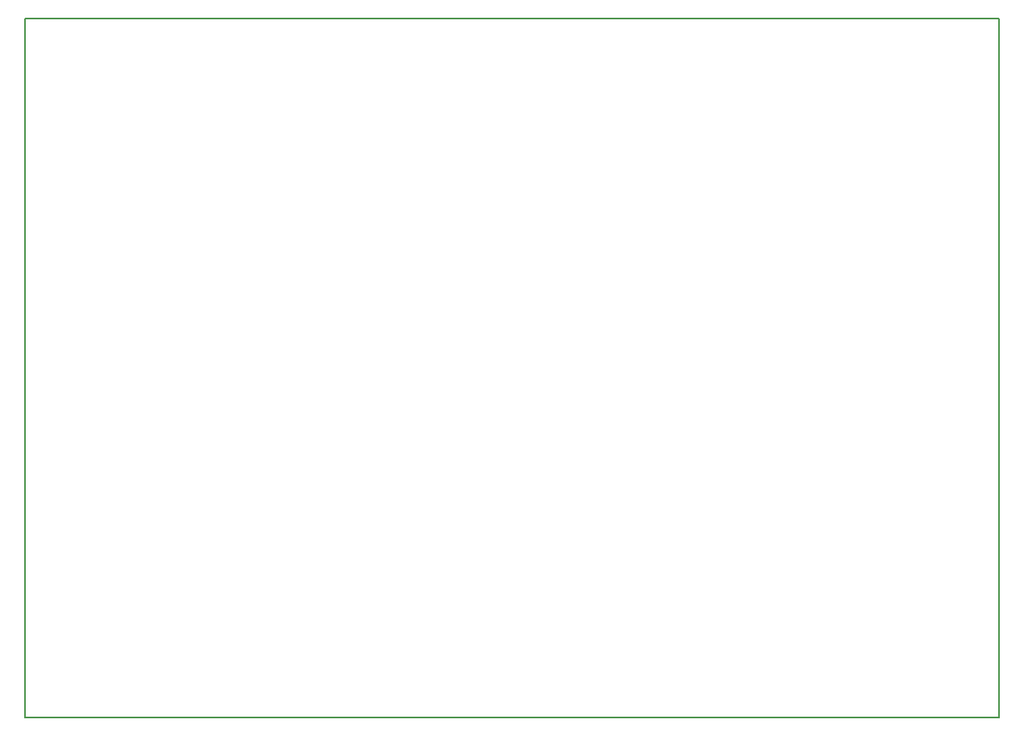
<source format=gbr>
G04 start of page 6 for group 4 idx 4 *
G04 Title: (unknown), outline *
G04 Creator: pcb 20110918 *
G04 CreationDate: Tue Dec 17 23:37:43 2013 UTC *
G04 For: fosse *
G04 Format: Gerber/RS-274X *
G04 PCB-Dimensions: 550000 350000 *
G04 PCB-Coordinate-Origin: lower left *
%MOIN*%
%FSLAX25Y25*%
%LNOUTLINE*%
%ADD127C,0.0060*%
G54D127*X38310Y18540D02*X440910D01*
Y308140D02*X38310D01*
X440910Y18540D02*Y308140D01*
X38310D02*Y18540D01*
M02*

</source>
